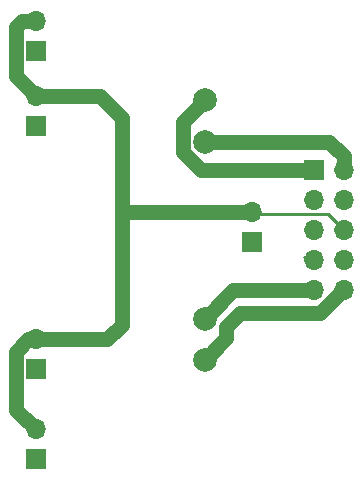
<source format=gtl>
G04 #@! TF.GenerationSoftware,KiCad,Pcbnew,(5.1.6-0-10_14)*
G04 #@! TF.CreationDate,2020-08-07T14:48:58+09:00*
G04 #@! TF.ProjectId,con_lid_1x8,636f6e5f-6c69-4645-9f31-78382e6b6963,rev?*
G04 #@! TF.SameCoordinates,Original*
G04 #@! TF.FileFunction,Copper,L1,Top*
G04 #@! TF.FilePolarity,Positive*
%FSLAX46Y46*%
G04 Gerber Fmt 4.6, Leading zero omitted, Abs format (unit mm)*
G04 Created by KiCad (PCBNEW (5.1.6-0-10_14)) date 2020-08-07 14:48:58*
%MOMM*%
%LPD*%
G01*
G04 APERTURE LIST*
G04 #@! TA.AperFunction,ComponentPad*
%ADD10R,1.700000X1.700000*%
G04 #@! TD*
G04 #@! TA.AperFunction,ComponentPad*
%ADD11O,1.700000X1.700000*%
G04 #@! TD*
G04 #@! TA.AperFunction,ComponentPad*
%ADD12C,2.000000*%
G04 #@! TD*
G04 #@! TA.AperFunction,Conductor*
%ADD13C,1.270000*%
G04 #@! TD*
G04 #@! TA.AperFunction,Conductor*
%ADD14C,0.250000*%
G04 #@! TD*
G04 APERTURE END LIST*
D10*
G04 #@! TO.P,T1,1*
G04 #@! TO.N,THERM1*
X113730000Y-77820000D03*
D11*
G04 #@! TO.P,T1,2*
G04 #@! TO.N,THERM_GND*
X113730000Y-75280000D03*
G04 #@! TD*
G04 #@! TO.P,T2,2*
G04 #@! TO.N,THERM_GND*
X113730000Y-81630000D03*
D10*
G04 #@! TO.P,T2,1*
G04 #@! TO.N,THERM2*
X113730000Y-84170000D03*
G04 #@! TD*
G04 #@! TO.P,T3,1*
G04 #@! TO.N,THERM3*
X113730000Y-104790000D03*
D11*
G04 #@! TO.P,T3,2*
G04 #@! TO.N,THERM_GND*
X113730000Y-102250000D03*
G04 #@! TD*
G04 #@! TO.P,T4,2*
G04 #@! TO.N,THERM_GND*
X113730000Y-109870000D03*
D10*
G04 #@! TO.P,T4,1*
G04 #@! TO.N,THERM4*
X113730000Y-112410000D03*
G04 #@! TD*
D11*
G04 #@! TO.P,U1,10*
G04 #@! TO.N,HEATER2B*
X139780000Y-98080000D03*
G04 #@! TO.P,U1,9*
G04 #@! TO.N,HEATER2A*
X137240000Y-98080000D03*
G04 #@! TO.P,U1,8*
G04 #@! TO.N,THERM4*
X139780000Y-95540000D03*
G04 #@! TO.P,U1,7*
G04 #@! TO.N,THERM3*
X137240000Y-95540000D03*
G04 #@! TO.P,U1,6*
G04 #@! TO.N,THERM_GND*
X139780000Y-93000000D03*
G04 #@! TO.P,U1,5*
G04 #@! TO.N,THERM2*
X137240000Y-93000000D03*
G04 #@! TO.P,U1,4*
G04 #@! TO.N,THERM1*
X139780000Y-90460000D03*
G04 #@! TO.P,U1,3*
G04 #@! TO.N,AIR*
X137240000Y-90460000D03*
G04 #@! TO.P,U1,2*
G04 #@! TO.N,HEATER1B*
X139780000Y-87920000D03*
D10*
G04 #@! TO.P,U1,1*
G04 #@! TO.N,HEATER1A*
X137240000Y-87920000D03*
G04 #@! TD*
D12*
G04 #@! TO.P,H1,1*
G04 #@! TO.N,HEATER1A*
X128000000Y-82000000D03*
G04 #@! TO.P,H1,2*
G04 #@! TO.N,HEATER1B*
X128000000Y-85500000D03*
G04 #@! TD*
G04 #@! TO.P,H2,2*
G04 #@! TO.N,HEATER2B*
X128000000Y-104000000D03*
G04 #@! TO.P,H2,1*
G04 #@! TO.N,HEATER2A*
X128000000Y-100500000D03*
G04 #@! TD*
D11*
G04 #@! TO.P,TAIR1,2*
G04 #@! TO.N,THERM_GND*
X132000000Y-91460000D03*
D10*
G04 #@! TO.P,TAIR1,1*
G04 #@! TO.N,AIR*
X132000000Y-94000000D03*
G04 #@! TD*
D13*
G04 #@! TO.N,HEATER1B*
X139780000Y-86717919D02*
X139780000Y-87920000D01*
X138562081Y-85500000D02*
X139780000Y-86717919D01*
X128000000Y-85500000D02*
X138562081Y-85500000D01*
G04 #@! TO.N,HEATER1A*
X126164999Y-86380801D02*
X127704198Y-87920000D01*
X126164999Y-83835001D02*
X126164999Y-86380801D01*
X127704198Y-87920000D02*
X137240000Y-87920000D01*
X128000000Y-82000000D02*
X126164999Y-83835001D01*
G04 #@! TO.N,HEATER2A*
X130420000Y-98080000D02*
X137240000Y-98080000D01*
X128000000Y-100500000D02*
X130420000Y-98080000D01*
G04 #@! TO.N,HEATER2B*
X128000000Y-104000000D02*
X129835001Y-102164999D01*
X129835001Y-101164999D02*
X131000000Y-100000000D01*
X129835001Y-102164999D02*
X129835001Y-101164999D01*
X139733802Y-98080000D02*
X139780000Y-98080000D01*
X137813802Y-100000000D02*
X139733802Y-98080000D01*
X131000000Y-100000000D02*
X137813802Y-100000000D01*
G04 #@! TO.N,THERM_GND*
X112044999Y-79944999D02*
X113730000Y-81630000D01*
X112044999Y-75762920D02*
X112044999Y-79944999D01*
X112527919Y-75280000D02*
X112044999Y-75762920D01*
X113730000Y-75280000D02*
X112527919Y-75280000D01*
X121000000Y-101000000D02*
X119750000Y-102250000D01*
X119130000Y-81630000D02*
X121000000Y-83500000D01*
X119750000Y-102250000D02*
X113730000Y-102250000D01*
X113730000Y-81630000D02*
X119130000Y-81630000D01*
X112044999Y-103271999D02*
X113066998Y-102250000D01*
X112044999Y-108184999D02*
X112044999Y-103271999D01*
X113066998Y-102250000D02*
X113730000Y-102250000D01*
X113730000Y-109870000D02*
X112044999Y-108184999D01*
X121040000Y-91460000D02*
X121000000Y-91500000D01*
X132000000Y-91460000D02*
X121040000Y-91460000D01*
X121000000Y-91500000D02*
X121000000Y-101000000D01*
X121000000Y-83500000D02*
X121000000Y-91500000D01*
D14*
X138415001Y-91635001D02*
X139780000Y-93000000D01*
X132175001Y-91635001D02*
X138415001Y-91635001D01*
X132000000Y-91460000D02*
X132175001Y-91635001D01*
G04 #@! TO.N,THERM3*
X136439002Y-95250000D02*
X137240000Y-95250000D01*
G04 #@! TD*
M02*

</source>
